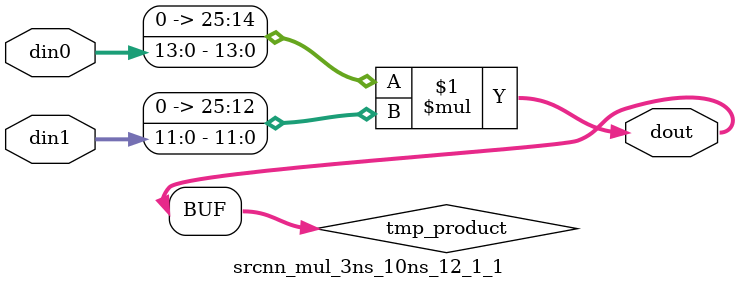
<source format=v>

`timescale 1 ns / 1 ps

  module srcnn_mul_3ns_10ns_12_1_1(din0, din1, dout);
parameter ID = 1;
parameter NUM_STAGE = 0;
parameter din0_WIDTH = 14;
parameter din1_WIDTH = 12;
parameter dout_WIDTH = 26;

input [din0_WIDTH - 1 : 0] din0; 
input [din1_WIDTH - 1 : 0] din1; 
output [dout_WIDTH - 1 : 0] dout;

wire signed [dout_WIDTH - 1 : 0] tmp_product;










assign tmp_product = $signed({1'b0, din0}) * $signed({1'b0, din1});











assign dout = tmp_product;







endmodule

</source>
